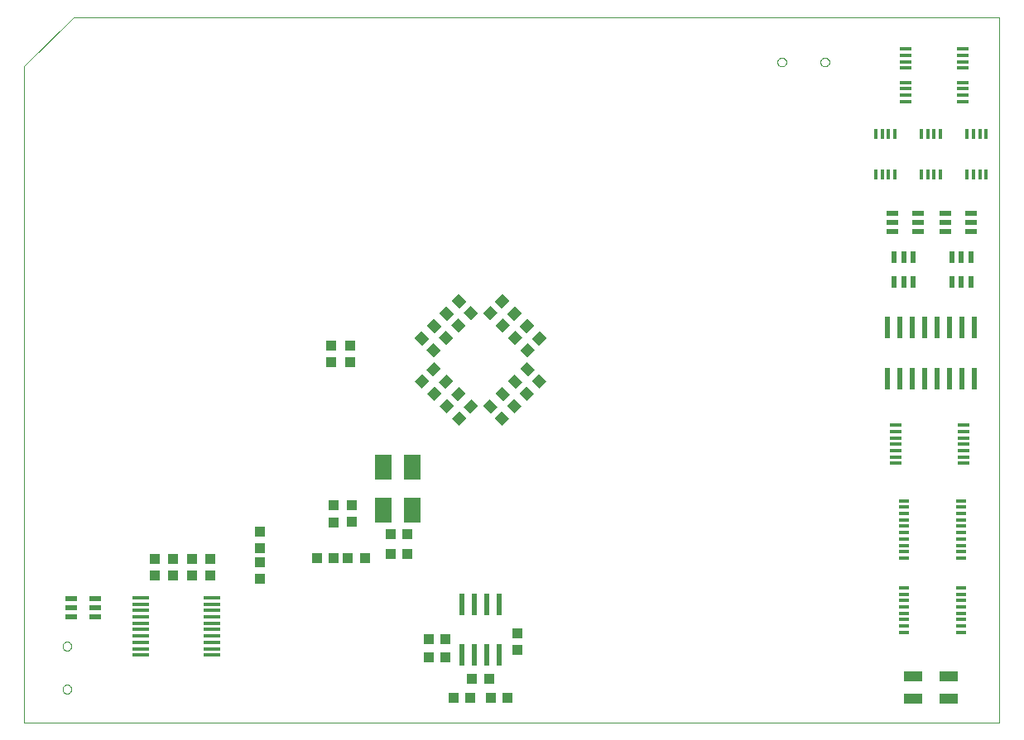
<source format=gbp>
G75*
%MOIN*%
%OFA0B0*%
%FSLAX25Y25*%
%IPPOS*%
%LPD*%
%AMOC8*
5,1,8,0,0,1.08239X$1,22.5*
%
%ADD10C,0.00000*%
%ADD11R,0.04331X0.03937*%
%ADD12R,0.03937X0.04331*%
%ADD13R,0.04921X0.01969*%
%ADD14R,0.02362X0.08661*%
%ADD15R,0.06600X0.01700*%
%ADD16R,0.07087X0.10236*%
%ADD17R,0.04724X0.01378*%
%ADD18R,0.01772X0.03937*%
%ADD19R,0.04803X0.02441*%
%ADD20R,0.02441X0.04803*%
%ADD21R,0.04724X0.01575*%
%ADD22R,0.03900X0.01200*%
%ADD23R,0.07480X0.04331*%
D10*
X0007350Y0002825D02*
X0007350Y0267340D01*
X0027035Y0287025D01*
X0399962Y0287025D01*
X0399962Y0002825D01*
X0007350Y0002825D01*
X0022728Y0016214D02*
X0022730Y0016298D01*
X0022736Y0016381D01*
X0022746Y0016464D01*
X0022760Y0016547D01*
X0022777Y0016629D01*
X0022799Y0016710D01*
X0022824Y0016789D01*
X0022853Y0016868D01*
X0022886Y0016945D01*
X0022922Y0017020D01*
X0022962Y0017094D01*
X0023005Y0017166D01*
X0023052Y0017235D01*
X0023102Y0017302D01*
X0023155Y0017367D01*
X0023211Y0017429D01*
X0023269Y0017489D01*
X0023331Y0017546D01*
X0023395Y0017599D01*
X0023462Y0017650D01*
X0023531Y0017697D01*
X0023602Y0017742D01*
X0023675Y0017782D01*
X0023750Y0017819D01*
X0023827Y0017853D01*
X0023905Y0017883D01*
X0023984Y0017909D01*
X0024065Y0017932D01*
X0024147Y0017950D01*
X0024229Y0017965D01*
X0024312Y0017976D01*
X0024395Y0017983D01*
X0024479Y0017986D01*
X0024563Y0017985D01*
X0024646Y0017980D01*
X0024730Y0017971D01*
X0024812Y0017958D01*
X0024894Y0017942D01*
X0024975Y0017921D01*
X0025056Y0017897D01*
X0025134Y0017869D01*
X0025212Y0017837D01*
X0025288Y0017801D01*
X0025362Y0017762D01*
X0025434Y0017720D01*
X0025504Y0017674D01*
X0025572Y0017625D01*
X0025637Y0017573D01*
X0025700Y0017518D01*
X0025760Y0017460D01*
X0025818Y0017399D01*
X0025872Y0017335D01*
X0025924Y0017269D01*
X0025972Y0017201D01*
X0026017Y0017130D01*
X0026058Y0017057D01*
X0026097Y0016983D01*
X0026131Y0016907D01*
X0026162Y0016829D01*
X0026189Y0016750D01*
X0026213Y0016669D01*
X0026232Y0016588D01*
X0026248Y0016506D01*
X0026260Y0016423D01*
X0026268Y0016339D01*
X0026272Y0016256D01*
X0026272Y0016172D01*
X0026268Y0016089D01*
X0026260Y0016005D01*
X0026248Y0015922D01*
X0026232Y0015840D01*
X0026213Y0015759D01*
X0026189Y0015678D01*
X0026162Y0015599D01*
X0026131Y0015521D01*
X0026097Y0015445D01*
X0026058Y0015371D01*
X0026017Y0015298D01*
X0025972Y0015227D01*
X0025924Y0015159D01*
X0025872Y0015093D01*
X0025818Y0015029D01*
X0025760Y0014968D01*
X0025700Y0014910D01*
X0025637Y0014855D01*
X0025572Y0014803D01*
X0025504Y0014754D01*
X0025434Y0014708D01*
X0025362Y0014666D01*
X0025288Y0014627D01*
X0025212Y0014591D01*
X0025134Y0014559D01*
X0025056Y0014531D01*
X0024975Y0014507D01*
X0024894Y0014486D01*
X0024812Y0014470D01*
X0024730Y0014457D01*
X0024646Y0014448D01*
X0024563Y0014443D01*
X0024479Y0014442D01*
X0024395Y0014445D01*
X0024312Y0014452D01*
X0024229Y0014463D01*
X0024147Y0014478D01*
X0024065Y0014496D01*
X0023984Y0014519D01*
X0023905Y0014545D01*
X0023827Y0014575D01*
X0023750Y0014609D01*
X0023675Y0014646D01*
X0023602Y0014686D01*
X0023531Y0014731D01*
X0023462Y0014778D01*
X0023395Y0014829D01*
X0023331Y0014882D01*
X0023269Y0014939D01*
X0023211Y0014999D01*
X0023155Y0015061D01*
X0023102Y0015126D01*
X0023052Y0015193D01*
X0023005Y0015262D01*
X0022962Y0015334D01*
X0022922Y0015408D01*
X0022886Y0015483D01*
X0022853Y0015560D01*
X0022824Y0015639D01*
X0022799Y0015718D01*
X0022777Y0015799D01*
X0022760Y0015881D01*
X0022746Y0015964D01*
X0022736Y0016047D01*
X0022730Y0016130D01*
X0022728Y0016214D01*
X0022728Y0033536D02*
X0022730Y0033620D01*
X0022736Y0033703D01*
X0022746Y0033786D01*
X0022760Y0033869D01*
X0022777Y0033951D01*
X0022799Y0034032D01*
X0022824Y0034111D01*
X0022853Y0034190D01*
X0022886Y0034267D01*
X0022922Y0034342D01*
X0022962Y0034416D01*
X0023005Y0034488D01*
X0023052Y0034557D01*
X0023102Y0034624D01*
X0023155Y0034689D01*
X0023211Y0034751D01*
X0023269Y0034811D01*
X0023331Y0034868D01*
X0023395Y0034921D01*
X0023462Y0034972D01*
X0023531Y0035019D01*
X0023602Y0035064D01*
X0023675Y0035104D01*
X0023750Y0035141D01*
X0023827Y0035175D01*
X0023905Y0035205D01*
X0023984Y0035231D01*
X0024065Y0035254D01*
X0024147Y0035272D01*
X0024229Y0035287D01*
X0024312Y0035298D01*
X0024395Y0035305D01*
X0024479Y0035308D01*
X0024563Y0035307D01*
X0024646Y0035302D01*
X0024730Y0035293D01*
X0024812Y0035280D01*
X0024894Y0035264D01*
X0024975Y0035243D01*
X0025056Y0035219D01*
X0025134Y0035191D01*
X0025212Y0035159D01*
X0025288Y0035123D01*
X0025362Y0035084D01*
X0025434Y0035042D01*
X0025504Y0034996D01*
X0025572Y0034947D01*
X0025637Y0034895D01*
X0025700Y0034840D01*
X0025760Y0034782D01*
X0025818Y0034721D01*
X0025872Y0034657D01*
X0025924Y0034591D01*
X0025972Y0034523D01*
X0026017Y0034452D01*
X0026058Y0034379D01*
X0026097Y0034305D01*
X0026131Y0034229D01*
X0026162Y0034151D01*
X0026189Y0034072D01*
X0026213Y0033991D01*
X0026232Y0033910D01*
X0026248Y0033828D01*
X0026260Y0033745D01*
X0026268Y0033661D01*
X0026272Y0033578D01*
X0026272Y0033494D01*
X0026268Y0033411D01*
X0026260Y0033327D01*
X0026248Y0033244D01*
X0026232Y0033162D01*
X0026213Y0033081D01*
X0026189Y0033000D01*
X0026162Y0032921D01*
X0026131Y0032843D01*
X0026097Y0032767D01*
X0026058Y0032693D01*
X0026017Y0032620D01*
X0025972Y0032549D01*
X0025924Y0032481D01*
X0025872Y0032415D01*
X0025818Y0032351D01*
X0025760Y0032290D01*
X0025700Y0032232D01*
X0025637Y0032177D01*
X0025572Y0032125D01*
X0025504Y0032076D01*
X0025434Y0032030D01*
X0025362Y0031988D01*
X0025288Y0031949D01*
X0025212Y0031913D01*
X0025134Y0031881D01*
X0025056Y0031853D01*
X0024975Y0031829D01*
X0024894Y0031808D01*
X0024812Y0031792D01*
X0024730Y0031779D01*
X0024646Y0031770D01*
X0024563Y0031765D01*
X0024479Y0031764D01*
X0024395Y0031767D01*
X0024312Y0031774D01*
X0024229Y0031785D01*
X0024147Y0031800D01*
X0024065Y0031818D01*
X0023984Y0031841D01*
X0023905Y0031867D01*
X0023827Y0031897D01*
X0023750Y0031931D01*
X0023675Y0031968D01*
X0023602Y0032008D01*
X0023531Y0032053D01*
X0023462Y0032100D01*
X0023395Y0032151D01*
X0023331Y0032204D01*
X0023269Y0032261D01*
X0023211Y0032321D01*
X0023155Y0032383D01*
X0023102Y0032448D01*
X0023052Y0032515D01*
X0023005Y0032584D01*
X0022962Y0032656D01*
X0022922Y0032730D01*
X0022886Y0032805D01*
X0022853Y0032882D01*
X0022824Y0032961D01*
X0022799Y0033040D01*
X0022777Y0033121D01*
X0022760Y0033203D01*
X0022746Y0033286D01*
X0022736Y0033369D01*
X0022730Y0033452D01*
X0022728Y0033536D01*
X0310592Y0269025D02*
X0310594Y0269109D01*
X0310600Y0269192D01*
X0310610Y0269275D01*
X0310624Y0269358D01*
X0310641Y0269440D01*
X0310663Y0269521D01*
X0310688Y0269600D01*
X0310717Y0269679D01*
X0310750Y0269756D01*
X0310786Y0269831D01*
X0310826Y0269905D01*
X0310869Y0269977D01*
X0310916Y0270046D01*
X0310966Y0270113D01*
X0311019Y0270178D01*
X0311075Y0270240D01*
X0311133Y0270300D01*
X0311195Y0270357D01*
X0311259Y0270410D01*
X0311326Y0270461D01*
X0311395Y0270508D01*
X0311466Y0270553D01*
X0311539Y0270593D01*
X0311614Y0270630D01*
X0311691Y0270664D01*
X0311769Y0270694D01*
X0311848Y0270720D01*
X0311929Y0270743D01*
X0312011Y0270761D01*
X0312093Y0270776D01*
X0312176Y0270787D01*
X0312259Y0270794D01*
X0312343Y0270797D01*
X0312427Y0270796D01*
X0312510Y0270791D01*
X0312594Y0270782D01*
X0312676Y0270769D01*
X0312758Y0270753D01*
X0312839Y0270732D01*
X0312920Y0270708D01*
X0312998Y0270680D01*
X0313076Y0270648D01*
X0313152Y0270612D01*
X0313226Y0270573D01*
X0313298Y0270531D01*
X0313368Y0270485D01*
X0313436Y0270436D01*
X0313501Y0270384D01*
X0313564Y0270329D01*
X0313624Y0270271D01*
X0313682Y0270210D01*
X0313736Y0270146D01*
X0313788Y0270080D01*
X0313836Y0270012D01*
X0313881Y0269941D01*
X0313922Y0269868D01*
X0313961Y0269794D01*
X0313995Y0269718D01*
X0314026Y0269640D01*
X0314053Y0269561D01*
X0314077Y0269480D01*
X0314096Y0269399D01*
X0314112Y0269317D01*
X0314124Y0269234D01*
X0314132Y0269150D01*
X0314136Y0269067D01*
X0314136Y0268983D01*
X0314132Y0268900D01*
X0314124Y0268816D01*
X0314112Y0268733D01*
X0314096Y0268651D01*
X0314077Y0268570D01*
X0314053Y0268489D01*
X0314026Y0268410D01*
X0313995Y0268332D01*
X0313961Y0268256D01*
X0313922Y0268182D01*
X0313881Y0268109D01*
X0313836Y0268038D01*
X0313788Y0267970D01*
X0313736Y0267904D01*
X0313682Y0267840D01*
X0313624Y0267779D01*
X0313564Y0267721D01*
X0313501Y0267666D01*
X0313436Y0267614D01*
X0313368Y0267565D01*
X0313298Y0267519D01*
X0313226Y0267477D01*
X0313152Y0267438D01*
X0313076Y0267402D01*
X0312998Y0267370D01*
X0312920Y0267342D01*
X0312839Y0267318D01*
X0312758Y0267297D01*
X0312676Y0267281D01*
X0312594Y0267268D01*
X0312510Y0267259D01*
X0312427Y0267254D01*
X0312343Y0267253D01*
X0312259Y0267256D01*
X0312176Y0267263D01*
X0312093Y0267274D01*
X0312011Y0267289D01*
X0311929Y0267307D01*
X0311848Y0267330D01*
X0311769Y0267356D01*
X0311691Y0267386D01*
X0311614Y0267420D01*
X0311539Y0267457D01*
X0311466Y0267497D01*
X0311395Y0267542D01*
X0311326Y0267589D01*
X0311259Y0267640D01*
X0311195Y0267693D01*
X0311133Y0267750D01*
X0311075Y0267810D01*
X0311019Y0267872D01*
X0310966Y0267937D01*
X0310916Y0268004D01*
X0310869Y0268073D01*
X0310826Y0268145D01*
X0310786Y0268219D01*
X0310750Y0268294D01*
X0310717Y0268371D01*
X0310688Y0268450D01*
X0310663Y0268529D01*
X0310641Y0268610D01*
X0310624Y0268692D01*
X0310610Y0268775D01*
X0310600Y0268858D01*
X0310594Y0268941D01*
X0310592Y0269025D01*
X0327914Y0269025D02*
X0327916Y0269109D01*
X0327922Y0269192D01*
X0327932Y0269275D01*
X0327946Y0269358D01*
X0327963Y0269440D01*
X0327985Y0269521D01*
X0328010Y0269600D01*
X0328039Y0269679D01*
X0328072Y0269756D01*
X0328108Y0269831D01*
X0328148Y0269905D01*
X0328191Y0269977D01*
X0328238Y0270046D01*
X0328288Y0270113D01*
X0328341Y0270178D01*
X0328397Y0270240D01*
X0328455Y0270300D01*
X0328517Y0270357D01*
X0328581Y0270410D01*
X0328648Y0270461D01*
X0328717Y0270508D01*
X0328788Y0270553D01*
X0328861Y0270593D01*
X0328936Y0270630D01*
X0329013Y0270664D01*
X0329091Y0270694D01*
X0329170Y0270720D01*
X0329251Y0270743D01*
X0329333Y0270761D01*
X0329415Y0270776D01*
X0329498Y0270787D01*
X0329581Y0270794D01*
X0329665Y0270797D01*
X0329749Y0270796D01*
X0329832Y0270791D01*
X0329916Y0270782D01*
X0329998Y0270769D01*
X0330080Y0270753D01*
X0330161Y0270732D01*
X0330242Y0270708D01*
X0330320Y0270680D01*
X0330398Y0270648D01*
X0330474Y0270612D01*
X0330548Y0270573D01*
X0330620Y0270531D01*
X0330690Y0270485D01*
X0330758Y0270436D01*
X0330823Y0270384D01*
X0330886Y0270329D01*
X0330946Y0270271D01*
X0331004Y0270210D01*
X0331058Y0270146D01*
X0331110Y0270080D01*
X0331158Y0270012D01*
X0331203Y0269941D01*
X0331244Y0269868D01*
X0331283Y0269794D01*
X0331317Y0269718D01*
X0331348Y0269640D01*
X0331375Y0269561D01*
X0331399Y0269480D01*
X0331418Y0269399D01*
X0331434Y0269317D01*
X0331446Y0269234D01*
X0331454Y0269150D01*
X0331458Y0269067D01*
X0331458Y0268983D01*
X0331454Y0268900D01*
X0331446Y0268816D01*
X0331434Y0268733D01*
X0331418Y0268651D01*
X0331399Y0268570D01*
X0331375Y0268489D01*
X0331348Y0268410D01*
X0331317Y0268332D01*
X0331283Y0268256D01*
X0331244Y0268182D01*
X0331203Y0268109D01*
X0331158Y0268038D01*
X0331110Y0267970D01*
X0331058Y0267904D01*
X0331004Y0267840D01*
X0330946Y0267779D01*
X0330886Y0267721D01*
X0330823Y0267666D01*
X0330758Y0267614D01*
X0330690Y0267565D01*
X0330620Y0267519D01*
X0330548Y0267477D01*
X0330474Y0267438D01*
X0330398Y0267402D01*
X0330320Y0267370D01*
X0330242Y0267342D01*
X0330161Y0267318D01*
X0330080Y0267297D01*
X0329998Y0267281D01*
X0329916Y0267268D01*
X0329832Y0267259D01*
X0329749Y0267254D01*
X0329665Y0267253D01*
X0329581Y0267256D01*
X0329498Y0267263D01*
X0329415Y0267274D01*
X0329333Y0267289D01*
X0329251Y0267307D01*
X0329170Y0267330D01*
X0329091Y0267356D01*
X0329013Y0267386D01*
X0328936Y0267420D01*
X0328861Y0267457D01*
X0328788Y0267497D01*
X0328717Y0267542D01*
X0328648Y0267589D01*
X0328581Y0267640D01*
X0328517Y0267693D01*
X0328455Y0267750D01*
X0328397Y0267810D01*
X0328341Y0267872D01*
X0328288Y0267937D01*
X0328238Y0268004D01*
X0328191Y0268073D01*
X0328148Y0268145D01*
X0328108Y0268219D01*
X0328072Y0268294D01*
X0328039Y0268371D01*
X0328010Y0268450D01*
X0327985Y0268529D01*
X0327963Y0268610D01*
X0327946Y0268692D01*
X0327932Y0268775D01*
X0327922Y0268858D01*
X0327916Y0268941D01*
X0327914Y0269025D01*
D11*
G36*
X0196719Y0172502D02*
X0199780Y0175563D01*
X0202563Y0172780D01*
X0199502Y0169719D01*
X0196719Y0172502D01*
G37*
G36*
X0191987Y0167770D02*
X0195048Y0170831D01*
X0197831Y0168048D01*
X0194770Y0164987D01*
X0191987Y0167770D01*
G37*
G36*
X0187280Y0164987D02*
X0184219Y0168048D01*
X0187002Y0170831D01*
X0190063Y0167770D01*
X0187280Y0164987D01*
G37*
G36*
X0182280Y0159987D02*
X0179219Y0163048D01*
X0182002Y0165831D01*
X0185063Y0162770D01*
X0182280Y0159987D01*
G37*
G36*
X0177280Y0154987D02*
X0174219Y0158048D01*
X0177002Y0160831D01*
X0180063Y0157770D01*
X0177280Y0154987D01*
G37*
G36*
X0172280Y0149987D02*
X0169219Y0153048D01*
X0172002Y0155831D01*
X0175063Y0152770D01*
X0172280Y0149987D01*
G37*
G36*
X0175063Y0145280D02*
X0172002Y0142219D01*
X0169219Y0145002D01*
X0172280Y0148063D01*
X0175063Y0145280D01*
G37*
G36*
X0180063Y0140280D02*
X0177002Y0137219D01*
X0174219Y0140002D01*
X0177280Y0143063D01*
X0180063Y0140280D01*
G37*
G36*
X0185063Y0135280D02*
X0182002Y0132219D01*
X0179219Y0135002D01*
X0182280Y0138063D01*
X0185063Y0135280D01*
G37*
G36*
X0190063Y0130280D02*
X0187002Y0127219D01*
X0184219Y0130002D01*
X0187280Y0133063D01*
X0190063Y0130280D01*
G37*
G36*
X0194770Y0133063D02*
X0197831Y0130002D01*
X0195048Y0127219D01*
X0191987Y0130280D01*
X0194770Y0133063D01*
G37*
G36*
X0199770Y0138063D02*
X0202831Y0135002D01*
X0200048Y0132219D01*
X0196987Y0135280D01*
X0199770Y0138063D01*
G37*
G36*
X0204770Y0143063D02*
X0207831Y0140002D01*
X0205048Y0137219D01*
X0201987Y0140280D01*
X0204770Y0143063D01*
G37*
G36*
X0209770Y0148063D02*
X0212831Y0145002D01*
X0210048Y0142219D01*
X0206987Y0145280D01*
X0209770Y0148063D01*
G37*
G36*
X0206987Y0152770D02*
X0210048Y0155831D01*
X0212831Y0153048D01*
X0209770Y0149987D01*
X0206987Y0152770D01*
G37*
G36*
X0201987Y0157770D02*
X0205048Y0160831D01*
X0207831Y0158048D01*
X0204770Y0154987D01*
X0201987Y0157770D01*
G37*
G36*
X0196987Y0162770D02*
X0200048Y0165831D01*
X0202831Y0163048D01*
X0199770Y0159987D01*
X0196987Y0162770D01*
G37*
G36*
X0201719Y0167502D02*
X0204780Y0170563D01*
X0207563Y0167780D01*
X0204502Y0164719D01*
X0201719Y0167502D01*
G37*
G36*
X0206719Y0162502D02*
X0209780Y0165563D01*
X0212563Y0162780D01*
X0209502Y0159719D01*
X0206719Y0162502D01*
G37*
G36*
X0211719Y0157502D02*
X0214780Y0160563D01*
X0217563Y0157780D01*
X0214502Y0154719D01*
X0211719Y0157502D01*
G37*
G36*
X0214502Y0143331D02*
X0217563Y0140270D01*
X0214780Y0137487D01*
X0211719Y0140548D01*
X0214502Y0143331D01*
G37*
G36*
X0209502Y0138331D02*
X0212563Y0135270D01*
X0209780Y0132487D01*
X0206719Y0135548D01*
X0209502Y0138331D01*
G37*
G36*
X0204502Y0133331D02*
X0207563Y0130270D01*
X0204780Y0127487D01*
X0201719Y0130548D01*
X0204502Y0133331D01*
G37*
G36*
X0199502Y0128331D02*
X0202563Y0125270D01*
X0199780Y0122487D01*
X0196719Y0125548D01*
X0199502Y0128331D01*
G37*
G36*
X0185331Y0125548D02*
X0182270Y0122487D01*
X0179487Y0125270D01*
X0182548Y0128331D01*
X0185331Y0125548D01*
G37*
G36*
X0180331Y0130548D02*
X0177270Y0127487D01*
X0174487Y0130270D01*
X0177548Y0133331D01*
X0180331Y0130548D01*
G37*
G36*
X0175331Y0135548D02*
X0172270Y0132487D01*
X0169487Y0135270D01*
X0172548Y0138331D01*
X0175331Y0135548D01*
G37*
G36*
X0170331Y0140548D02*
X0167270Y0137487D01*
X0164487Y0140270D01*
X0167548Y0143331D01*
X0170331Y0140548D01*
G37*
G36*
X0167548Y0154719D02*
X0164487Y0157780D01*
X0167270Y0160563D01*
X0170331Y0157502D01*
X0167548Y0154719D01*
G37*
G36*
X0172548Y0159719D02*
X0169487Y0162780D01*
X0172270Y0165563D01*
X0175331Y0162502D01*
X0172548Y0159719D01*
G37*
G36*
X0177548Y0164719D02*
X0174487Y0167780D01*
X0177270Y0170563D01*
X0180331Y0167502D01*
X0177548Y0164719D01*
G37*
G36*
X0182548Y0169719D02*
X0179487Y0172780D01*
X0182270Y0175563D01*
X0185331Y0172502D01*
X0182548Y0169719D01*
G37*
X0138525Y0154871D03*
X0138525Y0148179D03*
X0131025Y0148179D03*
X0131025Y0154871D03*
X0154989Y0078880D03*
X0161682Y0078880D03*
X0161682Y0070768D03*
X0154989Y0070768D03*
X0144371Y0069025D03*
X0137679Y0069025D03*
X0131871Y0069025D03*
X0125179Y0069025D03*
X0082275Y0068621D03*
X0082275Y0061929D03*
X0074775Y0061929D03*
X0074775Y0068621D03*
X0067275Y0068621D03*
X0067275Y0061929D03*
X0059775Y0061929D03*
X0059775Y0068621D03*
X0170179Y0029025D03*
X0176871Y0029025D03*
X0206025Y0031929D03*
X0206025Y0038621D03*
D12*
X0194371Y0020275D03*
X0187679Y0020275D03*
X0186871Y0012775D03*
X0180179Y0012775D03*
X0195179Y0012775D03*
X0201871Y0012775D03*
X0176871Y0036525D03*
X0170179Y0036525D03*
X0139257Y0083696D03*
X0139257Y0090389D03*
X0131909Y0090238D03*
X0131909Y0083545D03*
X0102275Y0079871D03*
X0102275Y0073179D03*
X0102275Y0067371D03*
X0102275Y0060679D03*
D13*
X0035946Y0052765D03*
X0035946Y0049025D03*
X0035946Y0045285D03*
X0026104Y0045285D03*
X0026104Y0049025D03*
X0026104Y0052765D03*
D14*
X0183525Y0050511D03*
X0188525Y0050511D03*
X0193525Y0050511D03*
X0198525Y0050511D03*
X0198525Y0030039D03*
X0193525Y0030039D03*
X0188525Y0030039D03*
X0183525Y0030039D03*
X0354900Y0141426D03*
X0359900Y0141426D03*
X0364900Y0141426D03*
X0369900Y0141426D03*
X0374900Y0141426D03*
X0379900Y0141426D03*
X0384900Y0141426D03*
X0389900Y0141426D03*
X0389900Y0161899D03*
X0384900Y0161899D03*
X0379900Y0161899D03*
X0374900Y0161899D03*
X0369900Y0161899D03*
X0364900Y0161899D03*
X0359900Y0161899D03*
X0354900Y0161899D03*
D15*
X0082725Y0053025D03*
X0082725Y0050525D03*
X0082725Y0047925D03*
X0082725Y0045325D03*
X0082725Y0042825D03*
X0082725Y0040225D03*
X0082725Y0037725D03*
X0082725Y0035125D03*
X0082725Y0032525D03*
X0082725Y0030025D03*
X0054325Y0030025D03*
X0054325Y0032525D03*
X0054325Y0035125D03*
X0054325Y0037725D03*
X0054325Y0040225D03*
X0054325Y0042825D03*
X0054325Y0045325D03*
X0054325Y0047925D03*
X0054325Y0050525D03*
X0054325Y0053025D03*
D16*
X0151818Y0088331D03*
X0163629Y0088331D03*
X0163629Y0105654D03*
X0151818Y0105654D03*
D17*
X0362109Y0253174D03*
X0362109Y0255733D03*
X0362109Y0258292D03*
X0362109Y0260851D03*
X0362109Y0266649D03*
X0362109Y0269208D03*
X0362109Y0271767D03*
X0362109Y0274326D03*
X0385141Y0274326D03*
X0385141Y0271767D03*
X0385141Y0269208D03*
X0385141Y0266649D03*
X0385141Y0260851D03*
X0385141Y0258292D03*
X0385141Y0255733D03*
X0385141Y0253174D03*
D18*
X0386936Y0239971D03*
X0389495Y0239971D03*
X0392055Y0239971D03*
X0394614Y0239971D03*
X0394614Y0223829D03*
X0392055Y0223829D03*
X0389495Y0223829D03*
X0386936Y0223829D03*
X0376239Y0223829D03*
X0373680Y0223829D03*
X0371120Y0223829D03*
X0368561Y0223829D03*
X0357864Y0223829D03*
X0355305Y0223829D03*
X0352745Y0223829D03*
X0350186Y0223829D03*
X0350186Y0239971D03*
X0352745Y0239971D03*
X0355305Y0239971D03*
X0357864Y0239971D03*
X0368561Y0239971D03*
X0371120Y0239971D03*
X0373680Y0239971D03*
X0376239Y0239971D03*
D19*
X0378307Y0208078D03*
X0378307Y0204337D03*
X0378307Y0200597D03*
X0388543Y0200597D03*
X0388543Y0204337D03*
X0388543Y0208078D03*
X0367106Y0208078D03*
X0367106Y0204337D03*
X0367106Y0200597D03*
X0356869Y0200597D03*
X0356869Y0204337D03*
X0356869Y0208078D03*
D20*
X0357635Y0190468D03*
X0361375Y0190468D03*
X0365115Y0190468D03*
X0365115Y0180232D03*
X0361375Y0180232D03*
X0357635Y0180232D03*
X0380910Y0180232D03*
X0384650Y0180232D03*
X0388390Y0180232D03*
X0388390Y0190468D03*
X0384650Y0190468D03*
X0380910Y0190468D03*
D21*
X0385370Y0122590D03*
X0385370Y0120031D03*
X0385370Y0117472D03*
X0385370Y0114912D03*
X0385370Y0112353D03*
X0385370Y0109794D03*
X0385370Y0107235D03*
X0358205Y0107235D03*
X0358205Y0109794D03*
X0358205Y0112353D03*
X0358205Y0114912D03*
X0358205Y0117472D03*
X0358205Y0120031D03*
X0358205Y0122590D03*
D22*
X0361525Y0092128D03*
X0361525Y0089569D03*
X0361525Y0087010D03*
X0361525Y0084451D03*
X0361525Y0081892D03*
X0361525Y0079333D03*
X0361525Y0076774D03*
X0361525Y0074215D03*
X0361525Y0071656D03*
X0361525Y0069097D03*
X0361525Y0057107D03*
X0361525Y0054548D03*
X0361525Y0051989D03*
X0361525Y0049430D03*
X0361525Y0046870D03*
X0361525Y0044311D03*
X0361525Y0041752D03*
X0361525Y0039193D03*
X0384500Y0039193D03*
X0384500Y0041752D03*
X0384500Y0044311D03*
X0384500Y0046870D03*
X0384500Y0049430D03*
X0384500Y0051989D03*
X0384500Y0054548D03*
X0384500Y0057107D03*
X0384500Y0069097D03*
X0384500Y0071656D03*
X0384500Y0074215D03*
X0384500Y0076774D03*
X0384500Y0079333D03*
X0384500Y0081892D03*
X0384500Y0084451D03*
X0384500Y0087010D03*
X0384500Y0089569D03*
X0384500Y0092128D03*
D23*
X0379683Y0021440D03*
X0379683Y0012385D03*
X0365117Y0012385D03*
X0365117Y0021440D03*
M02*

</source>
